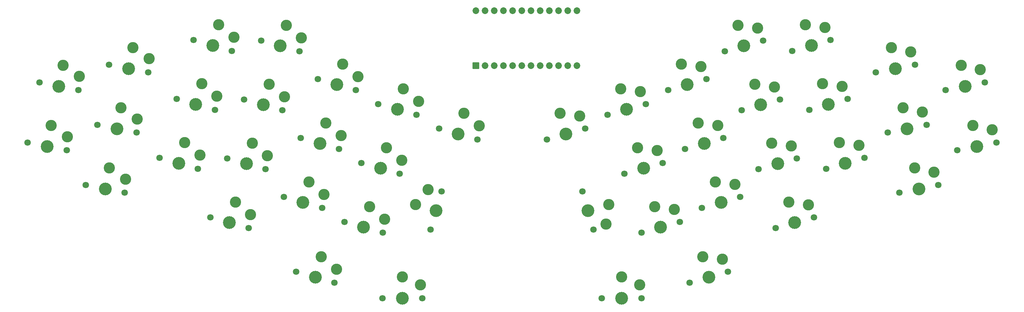
<source format=gts>
%TF.GenerationSoftware,KiCad,Pcbnew,(6.0.7-1)-1*%
%TF.CreationDate,2022-08-01T14:13:19+02:00*%
%TF.ProjectId,green60-test3,67726565-6e36-4302-9d74-657374332e6b,v1.0.0*%
%TF.SameCoordinates,Original*%
%TF.FileFunction,Soldermask,Top*%
%TF.FilePolarity,Negative*%
%FSLAX46Y46*%
G04 Gerber Fmt 4.6, Leading zero omitted, Abs format (unit mm)*
G04 Created by KiCad (PCBNEW (6.0.7-1)-1) date 2022-08-01 14:13:19*
%MOMM*%
%LPD*%
G01*
G04 APERTURE LIST*
G04 Aperture macros list*
%AMRoundRect*
0 Rectangle with rounded corners*
0 $1 Rounding radius*
0 $2 $3 $4 $5 $6 $7 $8 $9 X,Y pos of 4 corners*
0 Add a 4 corners polygon primitive as box body*
4,1,4,$2,$3,$4,$5,$6,$7,$8,$9,$2,$3,0*
0 Add four circle primitives for the rounded corners*
1,1,$1+$1,$2,$3*
1,1,$1+$1,$4,$5*
1,1,$1+$1,$6,$7*
1,1,$1+$1,$8,$9*
0 Add four rect primitives between the rounded corners*
20,1,$1+$1,$2,$3,$4,$5,0*
20,1,$1+$1,$4,$5,$6,$7,0*
20,1,$1+$1,$6,$7,$8,$9,0*
20,1,$1+$1,$8,$9,$2,$3,0*%
G04 Aperture macros list end*
%ADD10C,1.801800*%
%ADD11C,3.100000*%
%ADD12C,3.529000*%
%ADD13RoundRect,0.050000X-0.876300X-0.876300X0.876300X-0.876300X0.876300X0.876300X-0.876300X0.876300X0*%
%ADD14C,1.852600*%
G04 APERTURE END LIST*
D10*
%TO.C,S28*%
X255494865Y-59562947D03*
D11*
X248567884Y-55359445D03*
X253980594Y-56096034D03*
D10*
X244920987Y-62594957D03*
D12*
X250207926Y-61078952D03*
%TD*%
D11*
%TO.C,S44*%
X188376324Y-92567484D03*
D12*
X188376324Y-98517484D03*
D10*
X182876324Y-98517484D03*
X193876324Y-98517484D03*
D11*
X193376324Y-94767484D03*
%TD*%
%TO.C,S35*%
X214238100Y-66243652D03*
X219650810Y-66980241D03*
D12*
X215878142Y-71963159D03*
D10*
X210591203Y-73479164D03*
X221165081Y-70447154D03*
%TD*%
D12*
%TO.C,S22*%
X127758921Y-98517484D03*
D10*
X133258921Y-98517484D03*
D11*
X127758921Y-92567484D03*
X132758921Y-94767484D03*
D10*
X122258921Y-98517484D03*
%TD*%
D12*
%TO.C,S10*%
X84608216Y-61234116D03*
D11*
X90448165Y-59007571D03*
D10*
X89895155Y-62750121D03*
X79321277Y-59718111D03*
D11*
X86248258Y-55514609D03*
%TD*%
D12*
%TO.C,S43*%
X212463897Y-92707867D03*
D10*
X207176958Y-94223872D03*
D11*
X216236565Y-87724949D03*
X210823855Y-86988360D03*
D10*
X217750836Y-91191862D03*
%TD*%
%TO.C,S33*%
X221554255Y-46408672D03*
X232128133Y-43376662D03*
D11*
X230613862Y-39909749D03*
D12*
X226841194Y-44892667D03*
D11*
X225201152Y-39173160D03*
%TD*%
D10*
%TO.C,S6*%
X60640380Y-59562947D03*
D11*
X67567361Y-55359445D03*
D10*
X71214258Y-62594957D03*
D12*
X65927319Y-61078952D03*
D11*
X71767268Y-58852407D03*
%TD*%
D10*
%TO.C,S30*%
X246123195Y-26880050D03*
D11*
X239196214Y-22676548D03*
X244608924Y-23413137D03*
D12*
X240836256Y-28396055D03*
D10*
X235549317Y-29912060D03*
%TD*%
%TO.C,S5*%
X46671152Y-33785068D03*
D11*
X53205416Y-28993835D03*
D10*
X57469052Y-35883966D03*
D11*
X57693772Y-32107460D03*
D12*
X52070102Y-34834517D03*
%TD*%
%TO.C,S14*%
X104942938Y-55621710D03*
D10*
X99655999Y-54105705D03*
D11*
X110782887Y-53395165D03*
D10*
X110229877Y-57137715D03*
D11*
X106582980Y-49902203D03*
%TD*%
D12*
%TO.C,S11*%
X89294051Y-44892667D03*
D10*
X84007112Y-43376662D03*
D11*
X95134000Y-42666122D03*
X90934093Y-39173160D03*
D10*
X94580990Y-46408672D03*
%TD*%
D11*
%TO.C,S42*%
X176748705Y-47969209D03*
X171335995Y-47232620D03*
D12*
X172976037Y-52952127D03*
D10*
X178262976Y-51436122D03*
X167689098Y-54468132D03*
%TD*%
D11*
%TO.C,S7*%
X72253196Y-39017996D03*
D12*
X70613154Y-44737503D03*
D11*
X76453103Y-42510958D03*
D10*
X75900093Y-46253508D03*
X65326215Y-43221498D03*
%TD*%
D11*
%TO.C,S25*%
X274745251Y-63574694D03*
D12*
X270552649Y-68209841D03*
D10*
X275951599Y-67160392D03*
X265153699Y-69259290D03*
D11*
X269417335Y-62369159D03*
%TD*%
%TO.C,S19*%
X134841078Y-68356061D03*
D10*
X138583628Y-68909071D03*
D12*
X137067623Y-74196010D03*
D11*
X131348116Y-72555968D03*
D10*
X135551618Y-79482949D03*
%TD*%
%TO.C,S15*%
X114915712Y-40796266D03*
D12*
X109628773Y-39280261D03*
D10*
X104341834Y-37764256D03*
D11*
X111268815Y-33560754D03*
X115468722Y-37053716D03*
%TD*%
%TO.C,S17*%
X123334415Y-56786199D03*
X127534322Y-60279161D03*
D10*
X116407434Y-60989701D03*
D12*
X121694373Y-62505706D03*
D10*
X126981312Y-64021711D03*
%TD*%
%TO.C,S16*%
X111721599Y-77331150D03*
D11*
X122848487Y-76620610D03*
X118648580Y-73127648D03*
D12*
X117008538Y-78847155D03*
D10*
X122295477Y-80363160D03*
%TD*%
%TO.C,S1*%
X34934133Y-57480897D03*
D11*
X30670497Y-50590766D03*
D10*
X24136233Y-55381999D03*
D11*
X35158853Y-53704391D03*
D12*
X29535183Y-56431448D03*
%TD*%
D11*
%TO.C,S39*%
X198213540Y-57522788D03*
D10*
X189153933Y-64021711D03*
D12*
X194440872Y-62505706D03*
D10*
X199727811Y-60989701D03*
D11*
X192800830Y-56786199D03*
%TD*%
D13*
%TO.C,MCU1*%
X148065183Y-34051448D03*
D14*
X150605183Y-34051448D03*
X153145183Y-34051448D03*
X155685183Y-34051448D03*
X158225183Y-34051448D03*
X160765183Y-34051448D03*
X163305183Y-34051448D03*
X165845183Y-34051448D03*
X168385183Y-34051448D03*
X170925183Y-34051448D03*
X173465183Y-34051448D03*
X176005183Y-34051448D03*
X148065183Y-18811448D03*
X150605183Y-18811448D03*
X153145183Y-18811448D03*
X155685183Y-18811448D03*
X158225183Y-18811448D03*
X160765183Y-18811448D03*
X163305183Y-18811448D03*
X165845183Y-18811448D03*
X168385183Y-18811448D03*
X170925183Y-18811448D03*
X173465183Y-18811448D03*
X176005183Y-18811448D03*
%TD*%
D10*
%TO.C,S24*%
X277957359Y-40793235D03*
X288755259Y-38694337D03*
D11*
X282220995Y-33903104D03*
D12*
X283356309Y-39743786D03*
D11*
X287548911Y-35108639D03*
%TD*%
%TO.C,S2*%
X33914250Y-33903104D03*
D10*
X38177886Y-40793235D03*
D12*
X32778936Y-39743786D03*
D11*
X38402606Y-37016729D03*
D10*
X27379986Y-38694337D03*
%TD*%
D12*
%TO.C,S29*%
X245522091Y-44737503D03*
D11*
X249294759Y-39754585D03*
X243882049Y-39017996D03*
D10*
X240235152Y-46253508D03*
X250809030Y-43221498D03*
%TD*%
D12*
%TO.C,S31*%
X236212864Y-77575565D03*
D10*
X230925925Y-79091570D03*
X241499803Y-76059560D03*
D11*
X239985532Y-72592647D03*
X234572822Y-71856058D03*
%TD*%
D10*
%TO.C,S18*%
X121093270Y-44648252D03*
D12*
X126380209Y-46164257D03*
D11*
X128020251Y-40444750D03*
X132220158Y-43937712D03*
D10*
X131667148Y-47680262D03*
%TD*%
%TO.C,S32*%
X226240090Y-62750121D03*
D11*
X235299697Y-56251198D03*
D12*
X231527029Y-61234116D03*
D10*
X236813968Y-59718111D03*
D11*
X229886987Y-55514609D03*
%TD*%
%TO.C,S4*%
X54450019Y-48795122D03*
D12*
X48826349Y-51522179D03*
D11*
X49961663Y-45681497D03*
D10*
X43427399Y-50472730D03*
X54225299Y-52571628D03*
%TD*%
%TO.C,S20*%
X137872269Y-51436122D03*
X148446147Y-54468132D03*
D11*
X148999157Y-50725582D03*
D12*
X143159208Y-52952127D03*
D11*
X144799250Y-47232620D03*
%TD*%
D10*
%TO.C,S21*%
X108958287Y-94223872D03*
D12*
X103671348Y-92707867D03*
D11*
X109511297Y-90481322D03*
X105311390Y-86988360D03*
D10*
X98384409Y-91191862D03*
%TD*%
D11*
%TO.C,S41*%
X184787130Y-72555968D03*
D10*
X177551618Y-68909071D03*
D11*
X184050541Y-77968678D03*
D10*
X180583628Y-79482949D03*
D12*
X179067623Y-74196010D03*
%TD*%
D11*
%TO.C,S40*%
X193527705Y-41181339D03*
D10*
X195041976Y-44648252D03*
D11*
X188114995Y-40444750D03*
D10*
X184468098Y-47680262D03*
D12*
X189755037Y-46164257D03*
%TD*%
D11*
%TO.C,S23*%
X290792664Y-51796301D03*
D10*
X281201112Y-57480897D03*
D11*
X285464748Y-50590766D03*
D12*
X286600062Y-56431448D03*
D10*
X291999012Y-55381999D03*
%TD*%
D12*
%TO.C,S38*%
X199126707Y-78847155D03*
D10*
X204413646Y-77331150D03*
D11*
X202899375Y-73864237D03*
X197486665Y-73127648D03*
D10*
X193839768Y-80363160D03*
%TD*%
%TO.C,S13*%
X94970164Y-70447154D03*
X105544042Y-73479164D03*
D11*
X101897145Y-66243652D03*
D12*
X100257103Y-71963159D03*
D11*
X106097052Y-69736614D03*
%TD*%
D10*
%TO.C,S26*%
X272707846Y-50472730D03*
D11*
X266173582Y-45681497D03*
D10*
X261909946Y-52571628D03*
D12*
X267308896Y-51522179D03*
D11*
X271501498Y-46887032D03*
%TD*%
%TO.C,S37*%
X210279140Y-34297343D03*
D10*
X201219533Y-40796266D03*
X211793411Y-37764256D03*
D12*
X206506472Y-39280261D03*
D11*
X204866430Y-33560754D03*
%TD*%
%TO.C,S27*%
X268257745Y-30199370D03*
X262929829Y-28993835D03*
D10*
X258666193Y-35883966D03*
D12*
X264065143Y-34834517D03*
D10*
X269464093Y-33785068D03*
%TD*%
D11*
%TO.C,S34*%
X225928027Y-23568301D03*
D10*
X227442298Y-27035214D03*
D12*
X222155359Y-28551219D03*
D11*
X220515317Y-22831712D03*
D10*
X216868420Y-30067224D03*
%TD*%
%TO.C,S9*%
X74635442Y-76059560D03*
D12*
X79922381Y-77575565D03*
D11*
X85762330Y-75349020D03*
D10*
X85209320Y-79091570D03*
D11*
X81562423Y-71856058D03*
%TD*%
%TO.C,S3*%
X46717910Y-62369159D03*
D10*
X40183646Y-67160392D03*
D11*
X51206266Y-65482784D03*
D12*
X45582596Y-68209841D03*
D10*
X50981546Y-69259290D03*
%TD*%
D11*
%TO.C,S36*%
X214964975Y-50638792D03*
D10*
X205905368Y-57137715D03*
X216479246Y-54105705D03*
D11*
X209552265Y-49902203D03*
D12*
X211192307Y-55621710D03*
%TD*%
D10*
%TO.C,S12*%
X99266825Y-30067224D03*
D11*
X99819835Y-26324674D03*
X95619928Y-22831712D03*
D10*
X88692947Y-27035214D03*
D12*
X93979886Y-28551219D03*
%TD*%
D11*
%TO.C,S8*%
X76939031Y-22676548D03*
D10*
X70012050Y-26880050D03*
D12*
X75298989Y-28396055D03*
D10*
X80585928Y-29912060D03*
D11*
X81138938Y-26169510D03*
%TD*%
M02*

</source>
